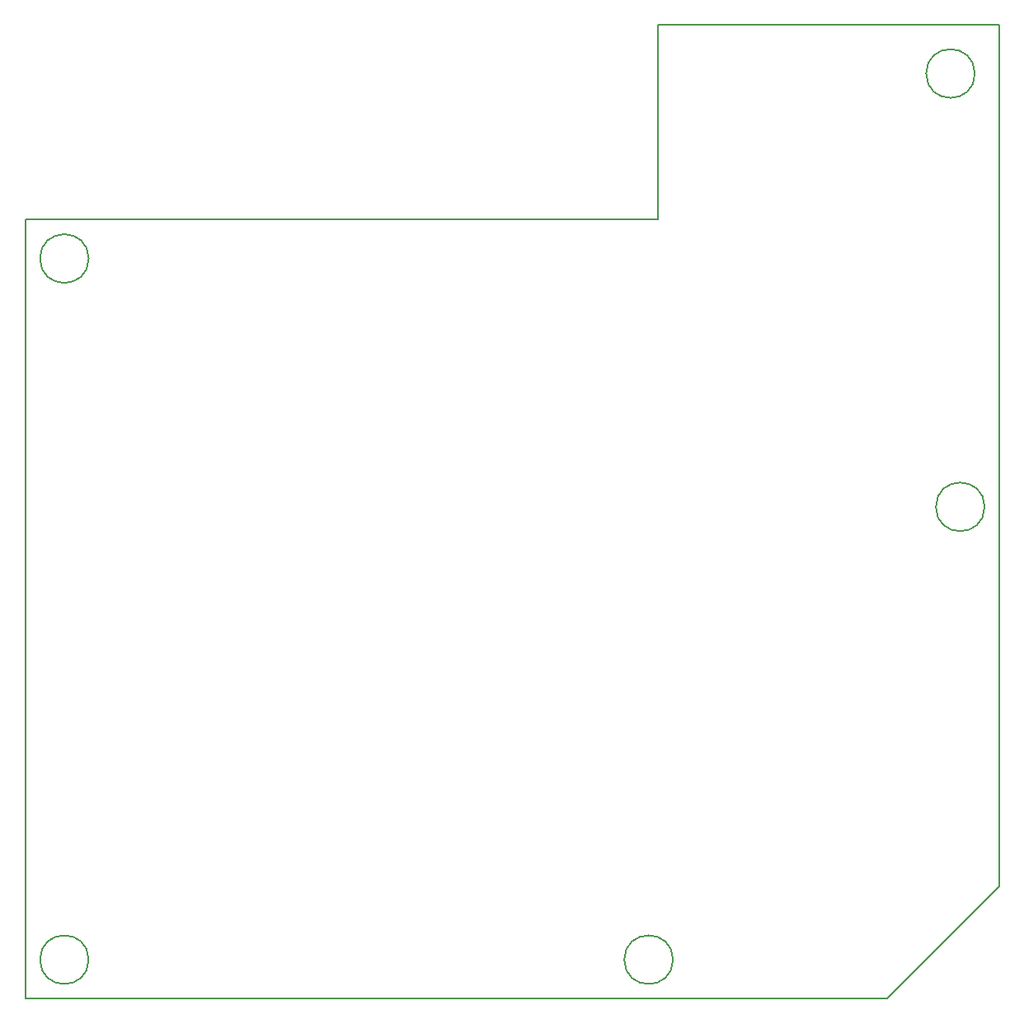
<source format=gbr>
G04 #@! TF.GenerationSoftware,KiCad,Pcbnew,(5.0.0)*
G04 #@! TF.CreationDate,2021-03-23T16:32:05-04:00*
G04 #@! TF.ProjectId,Projet_ControlledEnvironment,50726F6A65745F436F6E74726F6C6C65,1.0*
G04 #@! TF.SameCoordinates,Original*
G04 #@! TF.FileFunction,Profile,NP*
%FSLAX46Y46*%
G04 Gerber Fmt 4.6, Leading zero omitted, Abs format (unit mm)*
G04 Created by KiCad (PCBNEW (5.0.0)) date 03/23/21 16:32:05*
%MOMM*%
%LPD*%
G01*
G04 APERTURE LIST*
%ADD10C,0.200000*%
G04 APERTURE END LIST*
D10*
X197500000Y-55000000D02*
G75*
G03X197500000Y-55000000I-2500000J0D01*
G01*
X198500000Y-99500000D02*
G75*
G03X198500000Y-99500000I-2500000J0D01*
G01*
X166500000Y-146000000D02*
G75*
G03X166500000Y-146000000I-2500000J0D01*
G01*
X106500000Y-146000000D02*
G75*
G03X106500000Y-146000000I-2500000J0D01*
G01*
X188500000Y-150000000D02*
X200000000Y-138500000D01*
X165000000Y-70000000D02*
X165000000Y-50000000D01*
X165000000Y-70000000D02*
X100000000Y-70000000D01*
X106500000Y-74000000D02*
G75*
G03X106500000Y-74000000I-2500000J0D01*
G01*
X165000000Y-50000000D02*
X200000000Y-50000000D01*
X100000000Y-150000000D02*
X100000000Y-70000000D01*
X188500000Y-150000000D02*
X100000000Y-150000000D01*
X200000000Y-50000000D02*
X200000000Y-138500000D01*
M02*

</source>
